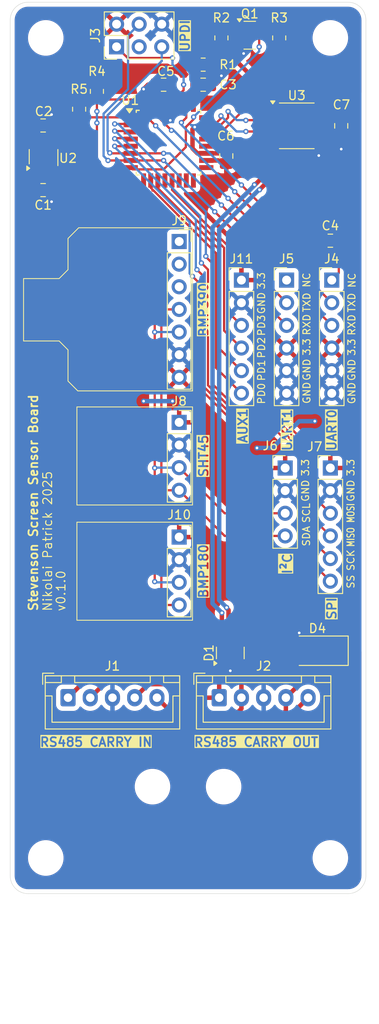
<source format=kicad_pcb>
(kicad_pcb
	(version 20241229)
	(generator "pcbnew")
	(generator_version "9.0")
	(general
		(thickness 1.6)
		(legacy_teardrops no)
	)
	(paper "A4")
	(title_block
		(title "Stevenson Screen Sensor Board")
		(date "2025-04-26")
		(rev "v0.1.0")
		(company "Artichoke Technologies")
	)
	(layers
		(0 "F.Cu" signal)
		(2 "B.Cu" signal)
		(9 "F.Adhes" user "F.Adhesive")
		(11 "B.Adhes" user "B.Adhesive")
		(13 "F.Paste" user)
		(15 "B.Paste" user)
		(5 "F.SilkS" user "F.Silkscreen")
		(7 "B.SilkS" user "B.Silkscreen")
		(1 "F.Mask" user)
		(3 "B.Mask" user)
		(17 "Dwgs.User" user "User.Drawings")
		(19 "Cmts.User" user "User.Comments")
		(21 "Eco1.User" user "User.Eco1")
		(23 "Eco2.User" user "User.Eco2")
		(25 "Edge.Cuts" user)
		(27 "Margin" user)
		(31 "F.CrtYd" user "F.Courtyard")
		(29 "B.CrtYd" user "B.Courtyard")
		(35 "F.Fab" user)
		(33 "B.Fab" user)
		(39 "User.1" user)
		(41 "User.2" user)
		(43 "User.3" user)
		(45 "User.4" user)
	)
	(setup
		(pad_to_mask_clearance 0)
		(allow_soldermask_bridges_in_footprints no)
		(tenting front back)
		(grid_origin 128 43)
		(pcbplotparams
			(layerselection 0x00000000_00000000_55555555_5755f5ff)
			(plot_on_all_layers_selection 0x00000000_00000000_00000000_00000000)
			(disableapertmacros no)
			(usegerberextensions yes)
			(usegerberattributes no)
			(usegerberadvancedattributes no)
			(creategerberjobfile no)
			(dashed_line_dash_ratio 12.000000)
			(dashed_line_gap_ratio 3.000000)
			(svgprecision 4)
			(plotframeref no)
			(mode 1)
			(useauxorigin no)
			(hpglpennumber 1)
			(hpglpenspeed 20)
			(hpglpendiameter 15.000000)
			(pdf_front_fp_property_popups yes)
			(pdf_back_fp_property_popups yes)
			(pdf_metadata yes)
			(pdf_single_document no)
			(dxfpolygonmode yes)
			(dxfimperialunits yes)
			(dxfusepcbnewfont yes)
			(psnegative no)
			(psa4output no)
			(plot_black_and_white yes)
			(sketchpadsonfab no)
			(plotpadnumbers no)
			(hidednponfab no)
			(sketchdnponfab yes)
			(crossoutdnponfab yes)
			(subtractmaskfromsilk yes)
			(outputformat 1)
			(mirror no)
			(drillshape 0)
			(scaleselection 1)
			(outputdirectory "gerbers/")
		)
	)
	(net 0 "")
	(net 1 "GND")
	(net 2 "VCC")
	(net 3 "+3.3V")
	(net 4 "/4808_RESET")
	(net 5 "Net-(J4-Pin_1)")
	(net 6 "/RS485_A")
	(net 7 "/RS485_B")
	(net 8 "/WAKEUP_IO")
	(net 9 "/WAKEUP_EXT")
	(net 10 "/UPDI")
	(net 11 "unconnected-(J3-Pin_3-Pad3)")
	(net 12 "Net-(Q1-G)")
	(net 13 "unconnected-(J5-Pin_1-Pad1)")
	(net 14 "/4808_I2C_SCL")
	(net 15 "/4808_I2C_SDA")
	(net 16 "/4808_SPI_MISO")
	(net 17 "/4808_SPI_SS")
	(net 18 "/4808_SPI_MOSI")
	(net 19 "/4808_SPI_SCK")
	(net 20 "/BMP390_INT")
	(net 21 "/4808_PD1")
	(net 22 "/4808_PD2")
	(net 23 "/4808_PD3")
	(net 24 "/4808_PD6")
	(net 25 "/4808_PD7")
	(net 26 "/4808_PD0")
	(net 27 "/4808_PD4")
	(net 28 "/4808_PD5")
	(net 29 "/4808_UART1_TXD")
	(net 30 "/4808_UART1_RXD")
	(net 31 "/RS485_DE")
	(net 32 "/4808_UART0_TXD")
	(net 33 "unconnected-(U1-PF5-Pad25)")
	(net 34 "unconnected-(U1-PC3-Pad9)")
	(net 35 "/4808_UART2_RXD")
	(net 36 "/RS485_RE")
	(net 37 "/4808_UART0_RXD")
	(net 38 "/4808_UART2_TXD")
	(net 39 "unconnected-(U1-PF4-Pad24)")
	(net 40 "unconnected-(U2-NC-Pad4)")
	(net 41 "unconnected-(J9-Pin_3-Pad3)")
	(net 42 "unconnected-(J9-Pin_2-Pad2)")
	(footprint "Connector_PinHeader_2.54mm:PinHeader_1x04_P2.54mm_Vertical" (layer "F.Cu") (at 158.92 95.25))
	(footprint "Diode_SMD:D_SMA" (layer "F.Cu") (at 162.5 115.75 180))
	(footprint "Package_TO_SOT_SMD:SOT-23" (layer "F.Cu") (at 154.9375 46.7))
	(footprint "Connector_PinHeader_2.54mm:PinHeader_1x06_P2.54mm_Vertical" (layer "F.Cu") (at 164.16 74.17))
	(footprint "Capacitor_SMD:C_0805_2012Metric" (layer "F.Cu") (at 149.7 52.25))
	(footprint "Connector_JST:JST_XH_B5B-XH-A_1x05_P2.50mm_Vertical" (layer "F.Cu") (at 151.5 121.02))
	(footprint "Resistor_SMD:R_0805_2012Metric" (layer "F.Cu") (at 149.7 50 180))
	(footprint "Connector_PinHeader_2.54mm:PinHeader_2x03_P2.54mm_Vertical" (layer "F.Cu") (at 139.96 48 90))
	(footprint "Capacitor_SMD:C_0805_2012Metric" (layer "F.Cu") (at 131.7 56.825 180))
	(footprint "MountingHole:MountingHole_3.5mm" (layer "F.Cu") (at 164 47))
	(footprint "Connector_PinSocket_2.54mm:PinSocket_1x04_P2.54mm_Vertical" (layer "F.Cu") (at 147 90.13))
	(footprint "MountingHole:MountingHole_3.5mm" (layer "F.Cu") (at 152 131))
	(footprint "Capacitor_SMD:C_0805_2012Metric" (layer "F.Cu") (at 165.225 56.865 -90))
	(footprint "Connector_PinHeader_2.54mm:PinHeader_1x06_P2.54mm_Vertical" (layer "F.Cu") (at 159.08 74.17))
	(footprint "Connector_PinSocket_2.54mm:PinSocket_1x07_P2.54mm_Vertical" (layer "F.Cu") (at 147 69.84))
	(footprint "Resistor_SMD:R_0805_2012Metric" (layer "F.Cu") (at 137.75 53 -90))
	(footprint "MountingHole:MountingHole_3.5mm" (layer "F.Cu") (at 164 139))
	(footprint "Connector_PinHeader_2.54mm:PinHeader_1x06_P2.54mm_Vertical" (layer "F.Cu") (at 154 74.17))
	(footprint "Connector_PinSocket_2.54mm:PinSocket_1x04_P2.54mm_Vertical" (layer "F.Cu") (at 147 103))
	(footprint "Capacitor_SMD:C_0805_2012Metric" (layer "F.Cu") (at 145.25 52.25 180))
	(footprint "Capacitor_SMD:C_0805_2012Metric" (layer "F.Cu") (at 152.3 60.25 90))
	(footprint "Package_TO_SOT_SMD:SOT-23-5_HandSoldering" (layer "F.Cu") (at 131.75 60.425 90))
	(footprint "MountingHole:MountingHole_3.5mm" (layer "F.Cu") (at 132 139))
	(footprint "Capacitor_SMD:C_0805_2012Metric" (layer "F.Cu") (at 131.7 64.075 180))
	(footprint "Connector_JST:JST_XH_B5B-XH-A_1x05_P2.50mm_Vertical" (layer "F.Cu") (at 134.5 121.02))
	(footprint "Package_TO_SOT_SMD:SOT-23" (layer "F.Cu") (at 152.75 116 90))
	(footprint "Package_QFP:TQFP-32_7x7mm_P0.8mm" (layer "F.Cu") (at 145.8 58.75))
	(footprint "Resistor_SMD:R_0805_2012Metric" (layer "F.Cu") (at 158.25 47 90))
	(footprint "MountingHole:MountingHole_3.5mm" (layer "F.Cu") (at 144 131))
	(footprint "Capacitor_SMD:C_0805_2012Metric" (layer "F.Cu") (at 164 69.75))
	(footprint "Resistor_SMD:R_0805_2012Metric" (layer "F.Cu") (at 151.75 47 90))
	(footprint "MountingHole:MountingHole_3.5mm" (layer "F.Cu") (at 132 47))
	(footprint "Resistor_SMD:R_0805_2012Metric" (layer "F.Cu") (at 135.75 55 -90))
	(footprint "Package_SO:SOIC-8_3.9x4.9mm_P1.27mm" (layer "F.Cu") (at 160.225 56.865))
	(footprint "Connector_PinHeader_2.54mm:PinHeader_1x06_P2.54mm_Vertical" (layer "F.Cu") (at 164 95.25))
	(gr_line
		(start 148.5 86.6)
		(end 148.5 68.3)
		(stroke
			(width 0.1)
			(type default)
		)
		(layer "F.SilkS")
		(uuid "19236de4-9483-4fef-9452-750c0f185aa1")
	)
	(gr_line
		(start 134.5 82)
		(end 133.5 81)
		(stroke
			(width 0.1)
			(type default)
		)
		(layer "F.SilkS")
		(uuid "3b5f1e18-10ff-4c2d-abcb-86ea89e308c7")
	)
	(gr_line
		(start 133.5 74)
		(end 134.5 73)
		(stroke
			(width 0.1)
			(type default)
		)
		(layer "F.SilkS")
		(uuid "45892b89-2f6f-4907-8d71-9eaa296f2416")
	)
	(gr_line
		(start 134.5 69.5)
		(end 135.7 68.3)
		(stroke
			(width 0.1)
			(type default)
		)
		(layer "F.SilkS")
		(uuid "4a1d40f9-d0b6-4679-8ff0-68e6e0dcc77b")
	)
	(gr_line
		(start 148.5 99.4)
		(end 148.5 88.4)
		(stroke
			(width 0.1)
			(type default)
		)
		(layer "F.SilkS")
		(uuid "4eadabf2-d8e8-4db0-8aca-8c610c11c740")
	)
	(gr_line
		(start 148.5 112.33)
		(end 135.5 112.33)
		(stroke
			(width 0.1)
			(type default)
		)
		(layer "F.SilkS")
		(uuid "60b5d3f0-cfff-498b-a472-7e4aa6cefeec")
	)
	(gr_line
		(start 129.5 74)
		(end 133.5 74)
		(stroke
			(width 0.1)
			(type default)
		)
		(layer "F.SilkS")
		(uuid "65a535c6-14b6-4b47-a576-f011dfd903b2")
	)
	(gr_line
		(start 133.5 81)
		(end 129.5 81)
		(stroke
			(width 0.1)
			(type default)
		)
		(layer "F.SilkS")
		(uuid "6949e7ba-df47-46e9-b23f-8b408e660a0b")
	)
	(gr_line
		(start 148.5 112.33)
		(end 148.5 101.33)
		(stroke
			(width 0.1)
			(type default)
		)
		(layer "F.SilkS")
		(uuid "a70b76c6-d505-4dd0-9229-1bc32723bbeb")
	)
	(gr_line
		(start 148.5 99.4)
		(end 135.5 99.4)
		(stroke
			(width 0.1)
			(type default)
		)
		(layer "F.SilkS")
		(uuid "bd63e6f5-a9cc-4595-9679-1d58bfaa45a5")
	)
	(gr_line
		(start 129.5 81)
		(end 129.5 74)
		(stroke
			(width 0.1)
			(type default)
		)
		(layer "F.SilkS")
		(uuid "c7f4fd39-df4f-4749-8c0a-9f74e6f85dd5")
	)
	(gr_line
		(start 135.5 112.33)
		(end 135.5 101.33)
		(stroke
			(width 0.1)
			(type default)
		)
		(layer "F.SilkS")
		(uuid "c834616d-368d-4acf-9666-d4910d76c9d9")
	)
	(gr_line
		(start 135.6 86.6)
		(end 134.5 85.5)
		(stroke
			(width 0.1)
			(type default)
		)
		(layer "F.SilkS")
		(uuid "ca118484-95e9-479a-bf61-e1724d82b484")
	)
	(gr_line
		(start 148.5 88.4)
		(end 135.5 88.4)
		(stroke
			(width 0.1)
			(type default)
		)
		(layer "F.SilkS")
		(uuid "ca12725a-3cf9-4d5e-9cc5-0c7051f1ecef")
	)
	(gr_line
		(start 135.5 99.4)
		(end 135.5 88.4)
		(stroke
			(width 0.1)
			(type default)
		)
		(layer "F.SilkS")
		(uuid "d5670ed5-2607-4f31-89a4-49a1e109b28c")
	)
	(gr_line
		(start 148.5 101.33)
		(end 135.5 101.33)
		(stroke
			(width 0.1)
			(type default)
		)
		(layer "F.SilkS")
		(uuid "d9e35d32-db58-41b5-9229-967e279e15a4")
	)
	(gr_line
		(start 135.6 86.6)
		(end 148.5 86.6)
		(stroke
			(width 0.1)
			(type default)
		)
		(layer "F.SilkS")
		(uuid "dde01d5d-15ec-4986-82f1-789fbf49f352")
	)
	(gr_line
		(start 134.5 82)
		(end 134.5 85.5)
		(stroke
			(width 0.1)
			(type default)
		)
		(layer "F.SilkS")
		(uuid "e3fbd1e5-9171-4622-9023-410a6670f2dc")
	)
	(gr_line
		(start 148.5 68.3)
		(end 135.7 68.3)
		(stroke
			(width 0.1)
			(type default)
		)
		(layer "F.SilkS")
		(uuid "f0d6b755-13e4-4ea9-afa0-3c83fba3aeb1")
	)
	(gr_line
		(start 134.5 73)
		(end 134.5 69.5)
		(stroke
			(width 0.1)
			(type default)
		)
		(layer "F.SilkS")
		(uuid "faabaae2-0a5a-4829-8c31-1887be9ab4e3")
	)
	(gr_line
		(start 168 143)
		(end 147.75 143)
		(stroke
			(width 0.1)
			(type default)
		)
		(layer "Dwgs.User")
		(uuid "f32ddbd3-e5d6-4f68-904b-47f7ce327182")
	)
	(gr_arc
		(start 168 141)
		(mid 167.414214 142.414214)
		(end 166 143)
		(stroke
			(width 0.05)
			(type default)
		)
		(layer "Edge.Cuts")
		(uuid "422129f9-4cd6-4e8c-8e7b-63a60b7bb563")
	)
	(gr_arc
		(start 130 143)
		(mid 128.585786 142.414214)
		(end 128 141)
		(stroke
			(width 0.05)
			(type default)
		)
		(layer "Edge.Cuts")
		(uuid "4bf6a6fd-1416-4b01-9962-0c9716b74757")
	)
	(gr_arc
		(start 166 43)
		(mid 167.414214 43.585786)
		(end 168 45)
		(stroke
			(width 0.05)
			(type default)
		)
		(layer "Edge.Cuts")
		(uuid "590a01b4-2f5b-4b0e-9dd4-62244f66b7be")
	)
	(gr_line
		(start 168 45)
		(end 168 141)
		(stroke
			(width 0.05)
			(type default)
		)
		(layer "Edge.Cuts")
		(uuid "5bb10911-f7ed-42cf-9bf6-8c92b5c18939")
	)
	(gr_line
		(start 166 143)
		(end 130 143)
		(stroke
			(width 0.05)
			(type default)
		)
		(layer "Edge.Cuts")
		(uuid "aee8c6a7-3536-4103-b55b-df55e3547a49")
	)
	(gr_arc
		(start 128 45)
		(mid 128.585786 43.585786)
		(end 130 43)
		(stroke
			(width 0.05)
			(type default)
		)
		(layer "Edge.Cuts")
		(uuid "b7793f87-add5-4308-b15d-12f4c964c051")
	)
	(gr_line
		(start 128 141)
		(end 128 45)
		(stroke
			(width 0.05)
			(type default)
		)
		(layer "Edge.Cuts")
		(uuid "ec473193-0a61-4905-9254-a653c9e7c4d8")
	)
	(gr_line
		(start 130 43)
		(end 166 43)
		(stroke
			(width 0.05)
			(type default)
		)
		(layer "Edge.Cuts")
		(uuid "f9cd7cdd-b627-4a20-89dd-e43f41e92858")
	)
	(gr_text "GND"
		(at 156.25 76.75 90)
		(layer "F.SilkS")
		(uuid "06259299-8376-414d-ab05-4622382f40b5")
		(effects
			(font
				(size 0.8 0.8)
				(thickness 0.125)
			)
		)
	)
	(gr_text "GND"
		(at 161.2 97.8 90)
		(layer "F.SilkS")
		(uuid "0631bad4-12df-4dcd-a986-fd31dcc08a03")
		(effects
			(font
				(size 0.8 0.8)
				(thickness 0.125)
			)
		)
	)
	(gr_text "GND"
		(at 166.4 84.25 90)
		(layer "F.SilkS")
		(uuid "0662f1b0-2aab-4bc5-9cb4-6d6ec6f5d470")
		(effects
			(font
				(size 0.8 0.8)
				(thickness 0.125)
			)
		)
	)
	(gr_text "RXD"
		(at 161.35 79.17 90)
		(layer "F.SilkS")
		(uuid "071bddb6-8428-4714-9815-bb99a3b1d81d")
		(effects
			(font
				(size 0.8 0.8)
				(thickness 0.125)
			)
		)
	)
	(gr_text "3.3"
		(at 161.35 81.67 90)
		(layer "F.SilkS")
		(uuid "09c08a8f-a776-4e87-9c97-a3f3880b38c3")
		(effects
			(font
				(size 0.8 0.8)
				(thickness 0.125)
			)
		)
	)
	(gr_text "GND"
		(at 166.4 86.85 90)
		(layer "F.SilkS")
		(uuid "0bc59e92-239f-4166-b022-f396932befeb")
		(effects
			(font
				(size 0.8 0.8)
				(thickness 0.125)
			)
		)
	)
	(gr_text "Stevenson Screen Sensor Board"
		(at 130.6 111.4 90)
		(layer "F.SilkS")
		(uuid "0c7aa057-fde8-41fe-be77-f6e6570ac09c")
		(effects
			(font
				(size 1 1)
				(thickness 0.2)
				(bold yes)
			)
			(justify left)
		)
	)
	(gr_text "PD1"
		(at 156.25 84.3 90)
		(layer "F.SilkS")
		(uuid "1716847c-dc41-45d7-bc39-6e8a9bffa4bc")
		(effects
			(font
				(size 0.8 0.8)
				(thickness 0.125)
			)
		)
	)
	(gr_text "BMP180"
		(at 149.75 106.83 90)
		(layer "F.SilkS" knockout)
		(uuid "1c24b6ba-c7cc-4549-a84d-2ca4e5a3d66d")
		(effects
			(font
				(size 1 1)
				(thickness 0.2)
				(bold yes)
			)
		)
	)
	(gr_text "3.3"
		(at 166.4 81.7 90)
		(layer "F.SilkS")
		(uuid "1ec0a867-3eb4-42d3-837e-323dc43e87d9")
		(effects
			(font
				(size 0.8 0.8)
				(thickness 0.125)
			)
		)
	)
	(gr_text "3.3"
		(at 156.7 74.25 90)
		(layer "F.SilkS")
		(uuid "2911fd6e-414f-4e14-96f5-9ee2333ac309")
		(effects
			(font
				(size 0.8 0.8)
				(thickness 0.125)
			)
			(justify bottom)
		)
	)
	(gr_text "3.3"
		(at 161.2 95.2 90)
		(layer "F.SilkS")
		(uuid "35b5661a-e0b8-4863-b1ec-98629582f095")
		(effects
			(font
				(size 0.8 0.8)
				(thickness 0.125)
			)
		)
	)
	(gr_text "NC"
		(at 161.8 74.17 90)
		(layer "F.SilkS")
		(uuid "3633fe49-db21-47d3-818e-685955697730")
		(effects
			(font
				(size 0.8 0.8)
				(thickness 0.125)
			)
			(justify bottom)
		)
	)
	(gr_text "MISO"
		(at 166.3 103 90)
		(layer "F.SilkS")
		(uuid "526b011b-da49-4b46-a89b-6e6474142f36")
		(effects
			(font
				(size 0.8 0.6)
				(thickness 0.125)
			)
		)
	)
	(gr_text "RS485 CARRY IN"
		(at 137.65 126 0)
		(layer "F.SilkS" knockout)
		(uuid "68bc2e81-b6df-4b26-a320-b300e4f2cbad")
		(effects
			(font
				(size 1 1)
				(thickness 0.2)
				(bold yes)
			)
		)
	)
	(gr_text "MOSI"
		(at 166.3 100.3 90)
		(layer "F.SilkS")
		(uuid "756c3dcb-ec1c-440c-a442-8a35c5472a75")
		(effects
			(font
				(size 0.8 0.6)
				(thickness 0.125)
			)
		)
	)
	(gr_text "SCL"
		(at 161.3 100.3 90)
		(layer "F.SilkS")
		(uuid "7a0e4011-68c2-4259-9326-96b434396893")
		(effects
			(font
				(size 0.8 0.8)
				(thickness 0.125)
			)
		)
	)
	(gr_text "SHT45"
		(at 149.75 93.9 90)
		(layer "F.SilkS" knockout)
		(uuid "8137ee67-3b6c-45cf-be0a-af94d0018b03")
		(effects
			(font
				(size 1 1)
				(thickness 0.2)
				(bold yes)
			)
		)
	)
	(gr_text "v0.1.0"
		(at 133.7 111.4 90)
		(layer "F.SilkS")
		(uuid "81868112-6be6-4d01-8dd7-d02f931b1cbd")
		(effects
			(font
				(size 1 1)
				(thickness 0.125)
			)
			(justify left)
		)
	)
	(gr_text "PD2"
		(at 156.25 81.75 90)
		(layer "F.SilkS")
		(uuid "843defc2-248e-4614-92fe-cb888128fe21")
		(effects
			(font
				(size 0.8 0.8)
				(thickness 0.125)
			)
		)
	)
	(gr_text "GND"
		(at 161.35 86.82 90)
		(layer "F.SilkS")
		(uuid "869631e2-4bcf-48e8-a097-00ef38bf1c5f")
		(effects
			(font
				(size 0.8 0.8)
				(thickness 0.125)
			)
		)
	)
	(gr_text "RXD"
		(at 166.4 79.2 90)
		(layer "F.SilkS")
		(uuid "87cbb920-a290-44ce-bd07-0fcb265882cd")
		(effects
			(font
				(size 0.8 0.8)
				(thickness 0.125)
			)
		)
	)
	(gr_text "Nikolai Patrick 2025"
		(at 132.2 111.4 90)
		(layer "F.SilkS")
		(uuid "b4689062-60e1-473a-af42-fe45d83ff9df")
		(effects
			(font
				(size 1 1)
				(thickness 0.125)
			)
			(justify left)
		)
	)
	(gr_text "SCK"
		(at 166.3 105.6 90)
		(layer "F.SilkS")
		(uuid "b6dc5bd7-7549-4416-88da-7e804dc9c6d9")
		(effects
			(font
				(size 0.8 0.8)
				(thickness 0.125)
			)
		)
	)
	(gr_text "SPI"
		(at 164.75 111 90)
		(layer "F.SilkS" knockout)
		(uuid "b94cbf19-f458-47ef-abdd-264e9e164454")
		(effects
			(font
				(size 1 1)
				(thickness 0.2)
				(bold yes)
			)
			(justify bottom)
		)
	)
	(gr_text "UPDI"
		(at 148.25 46.75 90)
		(layer "F.SilkS" knockout)
		(uuid "ba5bb5c4-2292-41ae-b052-3e66d838aaad")
		(effects
			(font
				(size 1 1)
				(thickness 0.2)
				(bold yes)
			)
			(justify bottom)
		)
	)
	(gr_text "AUX1"
		(at 154.75 90.5 90)
		(layer "F.SilkS" knockout)
		(uuid "ba6fe7c2-07dd-4c48-9448-f83565fd66fe")
		(effects
			(font
				(size 1 1)
				(thickness 0.2)
				(bold yes)
			)
			(justify bottom)
		)
	)
	(gr_text "GND"
		(at 166.3 97.8 90)
		(layer "F.SilkS")
		(uuid "be2b1fee-19d2-41a0-8695-c05c24495b4e")
		(effects
			(font
				(size 0.8 0.8)
				(thickness 0.125)
			)
		)
	)
	(gr_text "TXD"
		(at 161.35 76.67 90)
		(layer "F.SilkS")
		(uuid "c3b30129-c5fe-4958-a3ab-e811dd954e4d")
		(effects
			(font
				(size 0.8 0.8)
				(thickness 0.125)
			)
		)
	)
	(gr_text "3.3"
		(at 166.3 95.2 90)
		(layer "F.SilkS")
		(uuid "c8ad7e8f-5085-43da-b3a4-9899e6c4fb14")
		(effects
			(font
				(size 0.8 0.8)
				(thickness 0.125)
			)
		)
	)
	(gr_text "RS485 CARRY OUT"
		(at 155.65 126 0)
		(layer "F.SilkS" knockout)
		(uuid "d84df951-6836-4a98-aaec-c777cffd1521")
		(effects
			(font
				(size 1 1)
				(thickness 0.2)
				(bold yes)
			)
		)
	)
	(gr_text "BMP390"
		(at 149.75 77.5 90)
		(layer "F.SilkS" knockout)
		(uuid "dfbd1be3-0246-4f5f-a49d-78e1bacc199c")
		(effects
			(font
				(size 1 1)
				(thickness 0.2)
				(bold yes)
			)
		)
	)
	(gr_text "SDA"
		(at 161.3 102.9 90)
		(layer "F.SilkS")
		(uuid "e0796ef4-b95e-4d16-ac3c-37780737b7f7")
		(effects
			(font
				(size 0.8 0.8)
				(thickness 0.125)
			)
		)
	)
	(gr_text "UART0\n"
		(at 164.75 91 90)
		(layer "F.SilkS" knockout)
		(uuid "e8132df4-9b11-41c6-ac06-d5d32ce02a93")
		(effects
			(font
				(size 1 1)
				(thickness 0.2)
				(bold yes)
			)
			(justify bottom)
		)
	)
	(gr_text "I²C"
		(at 159.75 106 90)
		(layer "F.SilkS" knockout)
		(uuid "e838814e-e83c-457f-925e-c0a1b8f46332")
		(effects
			(font
				(size 1 1)
				(thickness 0.2)
				(bold yes)
			)
			(justify bottom)
		)
	)
	(gr_text "PD0"
		(at 156.25 86.9 90)
		(layer "F.SilkS")
		(uuid "e8c6ce80-f6c2-45c0-87d4-cc8ed59eb63b")
		(effects
			(font
				(size 0.8 0.8)
				(thickness 0.125)
			)
		)
	)
	(gr_text "PD3"
		(at 156.25 79.25 90)
		(layer "F.SilkS")
		(uuid "eb3287cd-39cb-409a-9299-4af8be22ab52")
		(effects
			(font
				(size 0.8 0.8)
				(thickness 0.125)
			)
		)
	)
	(gr_text "NC"
		(at 166.9 74.2 90)
		(layer "F.SilkS")
		(uuid "ec6292fa-0b56-4236-8769-7a68af763c77")
		(effects
			(font
				(size 0.8 0.8)
				(thickness 0.125)
			)
			(justify bottom)
		)
	)
	(gr_text "TXD"
		(at 166.4 76.7 90)
		(layer "F.SilkS")
		(uuid "eda70c1e-91d4-4ab0-914b-5bb4b21842a4")
		(effects
			(font
				(size 0.8 0.8)
				(thickness 0.125)
			)
		)
	)
	(gr_text "UART1"
		(at 159.75 91 90)
		(layer "F.SilkS" knockout)
		(uuid "f7fd98ff-fe25-4107-9dd0-81b3161c19c7")
		(effects
			(font
				(size 1 1)
				(thickness 0.2)
				(bold yes)
			)
			(justify bottom)
		)
	)
	(gr_text "GND"
		(at 161.35 84.22 90)
		(layer "F.SilkS")
		(uuid "fd3c6bf9-2624-4f95-8c0f-958385c91ede")
		(effects
			(font
				(size 0.8 0.8)
				(thickness 0.125)
			)
		)
	)
	(gr_text "SS"
		(at 166.3 108 90)
		(layer "F.SilkS")
		(uuid "fdd5317c-2fb5-4cf8-94ee-30e5dd21c49e")
		(effects
			(font
				(size 0.8 0.8)
				(thickness 0.125)
			)
		)
	)
	(dimension
		(type orthogonal)
		(layer "Dwgs.User")
		(uuid "abee7079-d274-4d5e-953c-970d60a4b69a")
		(pts
			(xy 128 143) (xy 168 143)
		)
		(height 14)
		(orientation 0)
		(format
			(prefix "")
			(suffix "")
			(units 3)
			(units_format 0)
			(precision 4)
			(suppress_zeroes yes)
		)
		(style
			(thickness 0.1)
			(arrow_length 1.27)
			(text_position_mode 0)
			(arrow_direction outward)
			(extension_height 0.58642)
			(extension_offset 0.5)
			(keep_text_aligned yes)
		)
		(gr_text "40"
			(at 148 155.85 0)
			(layer "Dwgs.User")
			(uuid "abee7079-d274-4d5e-953c-970d60a4b69a")
			(effects
				(font
					(size 1 1)
					(thickness 0.15)
				)
			)
		)
	)
	(segment
		(start 148.5 57.25)
		(end 148.75 57)
		(width 0.5)
		(layer "F.Cu")
		(net 1)
		(uuid "000b5dd3-90fe-4ade-b981-1dbfae878c82")
	)
	(segment
		(start 162.7 58.77)
		(end 164.27 58.77)
		(width 0.5)
		(layer "F.Cu")
		(net 1)
		(uuid "0024f1b1-b0a0-4a8d-abb6-36ad9452d3fa")
	)
	(segment
		(start 152.75 115.0625)
		(end 152.75 118)
		(width 0.5)
		(layer "F.Cu")
		(net 1)
		(uuid "0d76be5a-7b43-4a27-b275-145038af7da6")
	)
	(segment
		(start 162.7 60.2)
		(end 162.7 58.77)
		(width 0.5)
		(layer "F.Cu")
		(net 1)
		(uuid "12dba2cd-bc8a-4192-bb34-e864a43b2a6d")
	)
	(segment
		(start 131.75 63.175)
		(end 132.65 64.075)
		(width 0.5)
		(layer "F.Cu")
		(net 1)
		(uuid "1d975aba-e62a-4c9b-9733-d02e168d33a1")
	)
	(segment
		(start 132.65 65.375)
		(end 132.65 64.075)
		(width 0.5)
		(layer "F.Cu")
		(net 1)
		(uuid "27c3a4fe-eb74-4532-b10e-69aa77835e16")
	)
	(segment
		(start 131.75 57.725)
		(end 132.65 56.825)
		(width 0.5)
		(layer "F.Cu")
		(net 1)
		(uuid "30aee483-694a-4bdd-9a8f-fa6749823c68")
	)
	(segment
		(start 151.75 51.25)
		(end 151.75 51.75)
		(width 0.25)
		(layer "F.Cu")
		(net 1)
		(uuid "3bbf010a-676f-44a7-b1cb-4075bff7a003")
	)
	(segment
		(start 151.65 59.95)
		(end 152.3 59.3)
		(width 0.5)
		(layer "F.Cu")
		(net 1)
		(uuid "3d14f22b-6e5e-4586-9d3d-35df38376e32")
	)
	(segment
		(start 144.3 52.25)
		(end 145.4 53.35)
		(width 0.5)
		(layer "F.Cu")
		(net 1)
		(uuid "3d468b37-44d5-4b86-9202-d709f0a91051")
	)
	(segment
		(start 165.225 59.475)
		(end 165.225 57.815)
		(width 0.5)
		(layer "F.Cu")
		(net 1)
		(uuid "4d25fb7b-0280-4eb8-a76f-dc460cfb3bc7")
	)
	(segment
		(start 150.05 59.95)
		(end 149.05 59.95)
		(width 0.5)
		(layer "F.Cu")
		(net 1)
		(uuid "541124d7-62f7-426e-987e-15901100c221")
	)
	(segment
		(start 148.5 59.4)
		(end 148.5 57.25)
		(width 0.5)
		(layer "F.Cu")
		(net 1)
		(uuid "551c7ef1-7842-4666-b15d-d2f8e99fe506")
	)
	(segment
		(start 145.4 54.5)
		(end 145.4 55.65)
		(width 0.5)
		(layer "F.Cu")
		(net 1)
		(uuid "5a5712c3-7f25-47bb-a323-c10b503260f2")
	)
	(segment
		(start 160.5 115.75)
		(end 160.5 113.75)
		(width 0.5)
		(layer "F.Cu")
		(net 1)
		(uuid "5dd4f4cf-058f-42d7-9005-844a7b83f2d8")
	)
	(segment
		(start 132.65 55.6)
		(end 132.65 56.825)
		(width 0.5)
		(layer "F.Cu")
		(net 1)
		(uuid "6517c155-5764-4a63-9ea1-13dc96f36f24")
	)
	(segment
		(start 131.75 61.775)
		(end 131.75 57.725)
		(width 0.5)
		(layer "F.Cu")
		(net 1)
		(uuid "651a0e0b-ae2c-416a-b868-71f66189865e")
	)
	(segment
		(start 151.25 52.25)
		(end 150.65 52.25)
		(width 0.25)
		(layer "F.Cu")
		(net 1)
		(uuid "6aba14f1-4be2-4c89-9661-0da31a2e4257")
	)
	(segment
		(start 143.5 52.25)
		(end 143 52.75)
		(width 0.5)
		(layer "F.Cu")
		(net 1)
		(uuid "825b2981-b6d3-437b-9395-ab3b3e66fa9d")
	)
	(segment
		(start 151.75 51.75)
		(end 151.25 52.25)
		(width 0.25)
		(layer "F.Cu")
		(net 1)
		(uuid "890d5ea6-e208-4ce2-9b33-335d1d72e0cf")
	)
	(segment
		(start 154 48.5)
		(end 154.25 48.75)
		(width 0.25)
		(layer "F.Cu")
		(net 1)
		(uuid "912c3599-4cd7-4969-bc5f-2624af49b11e")
	)
	(segment
		(start 149.05 59.95)
		(end 148.5 59.4)
		(width 0.5)
		(layer "F.Cu")
		(net 1)
		(uuid "c6a77673-5041-4c92-8f83-88505d4d3630")
	)
	(segment
		(start 145.4 55.65)
		(end 146 56.25)
		(width 0.5)
		(layer "F.Cu")
		(net 1)
		(uuid "cc5c873b-2bee-4a34-8e2d-f4bb8c9689fb")
	)
	(segment
		(start 145.4 53.35)
		(end 145.4 54.5)
		(width 0.5)
		(layer "F.Cu")
		(net 1)
		(uuid "e02449f3-df78-4a1f-989d-41a6220638cb")
	)
	(segment
		(start 164.27 58.77)
		(end 165.225 57.815)
		(width 0.5)
		(layer "F.Cu")
		(net 1)
		(uuid "e3c0056c-06f6-4b69-a551-03745d4982e6")
	)
	(segment
		(start 154 47.65)
		(end 154 48.5)
		(width 0.25)
		(layer "F.Cu")
		(net 1)
		(uuid "eb97bb7d-0863-48d0-b99d-7ab525c19297")
	)
	(segment
		(start 144.3 52.25)
		(end 143.5 52.25)
		(width 0.5)
		(layer "F.Cu")
		(net 1)
		(uuid "f61063fc-b551-42ab-86f3-874375d54a28")
	)
	(segment
		(start 150.05 59.95)
		(end 151.65 59.95)
		(width 0.5)
		(layer "F.Cu")
		(net 1)
		(uuid "fe528ebc-71e7-4090-ba85-b3d769b41c58")
	)
	(segment
		(start 131.75 61.775)
		(end 131.75 63.175)
		(width 0.5)
		(layer "F.Cu")
		(net 1)
		(uuid "ffe41a0c-965c-49af-8add-c64f75631e79")
	)
	(via
		(at 132.65 55.6)
		(size 0.6)
		(drill 0.3)
		(layers "F.Cu" "B.Cu")
		(net 1)
		(uuid "2c43c236-7e64-4aa3-89f1-7a149d5419ec")
	)
	(via
		(at 152.75 118)
		(size 0.6)
		(drill 0.3)
		(layers "F.Cu" "B.Cu")
		(net 1)
		(uuid "3cf58d09-8a66-4762-ad14-20736a0d7dc9")
	)
	(via
		(at 151.75 51.25)
		(size 0.6)
		(drill 0.3)
		(layers "F.Cu" "B.Cu")
		(net 1)
		(uuid "3e96c315-7382-48ee-9b29-7e9e93b46460")
	)
	(via
		(at 132.65 65.375)
		(size 0.6)
		(drill 0.3)
		(layers "F.Cu" "B.Cu")
		(net 1)
		(uuid "41081720-f240-41f0-9034-d0fbba8e9aa9")
	)
	(via
		(at 162.7 60.2)
		(size 0.6)
		(drill 0.3)
		(layers "F.Cu" "B.Cu")
		(net 1)
		(uuid "41643d93-b8c6-4f96-9548-ee9ed7685700")
	)
	(via
		(at 148.75 57)
		(size 0.6)
		(drill 0.3)
		(layers "F.Cu" "B.Cu")
		(net 1)
		(uuid "7249930c-faab-4c40-9afd-fc505bd2741e")
	)
	(via
		(at 165.225 59.475)
		(size 0.6)
		(drill 0.3)
		(layers "F.Cu" "B.Cu")
		(net 1)
		(uuid "7d11dae4-d83d-4eb3-a2b2-b340bbe1eb89")
	)
	(via
		(at 143 52.75)
		(size 0.6)
		(drill 0.3)
		(layers "F.Cu" "B.Cu")
		(net 1)
		(uuid "812f259a-da88-40bf-b503-85e3abc8130e")
	)
	(via
		(at 160.5 113.75)
		(size 0.6)
		(drill 0.3)
		(layers "F.Cu" "B.Cu")
		(net 1)
		(uuid "8eb138ec-b35c-4397-96df-af354101732b")
	)
	(via
		(at 154.25 48.75)
		(size 0.6)
		(drill 0.3)
		(layers "F.Cu" "B.Cu")
		(net 1)
		(uuid "b8904849-fb76-4783-b37d-eaeb1c8a157a")
	)
	(via
		(at 146 56.25)
		(size 0.6)
		(drill 0.3)
		(layers "F.Cu" "B.Cu")
		(net 1)
		(uuid "cdf08c41-a448-4fdd-b76d-f5fc2005bd45")
	)
	(segment
		(start 161.5 121.02)
		(end 158.118 124.402)
		(width 0.5)
		(layer "F.Cu")
		(net 2)
		(uuid "0b9deafb-c910-4cc9-ba7d-02ffbbbfadd7")
	)
	(segment
		(start 132.175 66.1)
		(end 130.75 64.675)
		(width 0.25)
		(layer "F.Cu")
		(net 2)
		(uuid "1ba5f31b-c636-41d1-8cf7-f4a2b4fe5bf5")
	)
	(segment
		(start 130.75 122.25)
		(end 130.75 64.075)
		(width 0.5)
		(layer "F.Cu")
		(net 2)
		(uuid "1cf1c6dd-0b4d-4454-a001-a0538ac23086")
	)
	(segment
		(start 147.882 124.402)
		(end 132.902 124.402)
		(width 0.5)
		(layer "F.Cu")
		(net 2)
		(uuid "292fe603-9f28-4f1b-8fe6-eb018950902f")
	)
	(segment
		(start 130.8 64.025)
		(end 130.75 64.075)
		(width 0.25)
		(layer "F.Cu")
		(net 2)
		(uuid "4612a7aa-7a73-4855-a89f-35be0bb21445")
	)
	(segment
		(start 132.7 61.775)
		(end 133.175 61.775)
		(width 0.25)
		(layer "F.Cu")
		(net 2)
		(uuid "4af7f772-d7b1-4fcc-b3fa-f53741b3a47e")
	)
	(segment
		(start 130.8 61.775)
		(end 130.8 64.025)
		(width 0.5)
		(layer "F.Cu")
		(net 2)
		(uuid "5018845e-5b7f-4109-a03d-5f15856bd96b")
	)
	(segment
		(start 133.6 65.6)
		(end 133.1 66.1)
		(width 0.25)
		(layer "F.Cu")
		(net 2)
		(uuid "5984ea3f-2864-4082-82ce-dc41c57087a6")
	)
	(segment
		(start 158.118 124.402)
		(end 147.882 124.402)
		(width 0.5)
		(layer "F.Cu")
		(net 2)
		(uuid "63d94214-0542-4679-a7ae-a2e59f407405")
	)
	(segment
		(start 132.902 124.402)
		(end 130.75 122.25)
		(width 0.5)
		(layer "F.Cu")
		(net 2)
		(uuid "6a921392-3ef1-4bdb-bfb9-32847f78033b")
	)
	(segment
		(start 133.6 62.2)
		(end 133.6 65.6)
		(width 0.25)
		(layer "F.Cu")
		(net 2)
		(uuid "7bc9aa74-eb64-4ea2-abe3-f5f7fb0dc1ae")
	)
	(segment
		(start 133.175 61.775)
		(end 133.6 62.2)
		(width 0.25)
		(layer "F.Cu")
		(net 2)
		(uuid "83a6ca79-7938-4b28-b203-f8bba5b92cfa")
	)
	(segment
		(start 147.882 124.402)
		(end 144.5 121.02)
		(width 0.5)
		(layer "F.Cu")
		(net 2)
		(uuid "a3a65084-fe69-49d7-b43d-faefa6c7dffb")
	)
	(segment
		(start 133.1 66.1)
		(end 132.175 66.1)
		(width 0.25)
		(layer "F.Cu")
		(net 2)
		(uuid "c9e67dd5-31dd-478d-9c69-6ce5d1a07c61")
	)
	(segment
		(start 130.75 64.675)
		(end 130.75 64.075)
		(width 0.25)
		(layer "F.Cu")
		(net 2)
		(uuid "f3c876d9-3626-4441-b41b-5090dbafa725")
	)
	(segment
		(start 130.8 56.875)
		(end 130.75 56.825)
		(width 0.25)
		(layer "F.Cu")
		(net 3)
		(uuid "255a14df-c5a1-48b9-b330-af03dfaf025b")
	)
	(segment
		(start 130.8 59.075)
		(end 130.8 56.875)
		(width 0.5)
		(layer "F.Cu")
		(net 3)
		(uuid "42d0b37d-f576-4b31-ad5d-c92e7848ea2a")
	)
	(segment
		(start 157.84955 61.2)
		(end 152.3 61.2)
		(width 0.5)
		(layer "F.Cu")
		(net 3)
		(uuid "469c6759-0645-4868-901c-2cf06db066a1")
	)
	(segment
		(start 151.85 60.75)
		(end 152.3 61.2)
		(width 0.5)
		(layer "F.Cu")
		(net 3)
		(uuid "4e350cfe-2428-4a7a-be79-cc6e60ebf137")
	)
	(segment
		(start 150.05 60.75)
		(end 151.85 60.75)
		(width 0.5)
		(layer "F.Cu")
		(net 3)
		(uuid "65ed91e4-e3e8-4667-99d2-92c2ed8b0357")
	)
	(segment
		(start 162.7 54.96)
		(end 160.79 54.96)
		(width 0.5)
		(layer "F.Cu")
		(net 3)
		(uuid "6b6ac0d1-50e0-4253-8e56-4c1b67edf228")
	)
	(segment
		(start 146.2 54.5)
		(end 146.2 52.75)
		(width 0.5)
		(layer "F.Cu")
		(net 3)
		(uuid "7f033d53-3fcb-4060-a607-1a92d53d6ba9")
	)
	(segment
		(start 154 70.7)
		(end 147.8 64.5)
		(width 0.5)
		(layer "F.Cu")
		(net 3)
		(uuid "864a076e-2ae4-4d32-90ca-a2f8c890a3af")
	)
	(segment
		(start 154 74.17)
		(end 154 70.7)
		(width 0.5)
		(layer "F.Cu")
		(net 3)
		(uuid "ac2586cf-8416-4d76-8210-a6028aa2547c")
	)
	(segment
		(start 165.225 55.915)
		(end 164.27 54.96)
		(width 0.5)
		(layer "F.Cu")
		(net 3)
		(uuid "cf865224-2e17-4141-ae67-2c05969defb7")
	)
	(segment
		(start 159.549 56.201)
		(end 159.549 59.50055)
		(width 0.5)
		(layer "F.Cu")
		(net 3)
		(uuid "dc05bb76-0508-437f-a41d-ae3471f4faef")
	)
	(segment
		(start 164.27 54.96)
		(end 162.7 54.96)
		(width 0.5)
		(layer "F.Cu")
		(net 3)
		(uuid "dff984c6-cef3-4834-8717-ed5e74a8e1b3")
	)
	(segment
		(start 159.549 59.50055)
		(end 157.84955 61.2)
		(width 0.5)
		(layer "F.Cu")
		(net 3)
		(uuid "ee950f69-f81d-4299-9489-f15a62b98404")
	)
	(segment
		(start 160.79 54.96)
		(end 159.549 56.201)
		(width 0.5)
		(layer "F.Cu")
		(net 3)
		(uuid "f148db65-1bfa-4fec-a8c7-24f04b9a5496")
	)
	(via
		(at 162.25 90)
		(size 0.6)
		(drill 0.3)
		(layers "F.Cu" "B.Cu")
		(free yes)
		(net 3)
		(uuid "09a682ec-72
... [303370 chars truncated]
</source>
